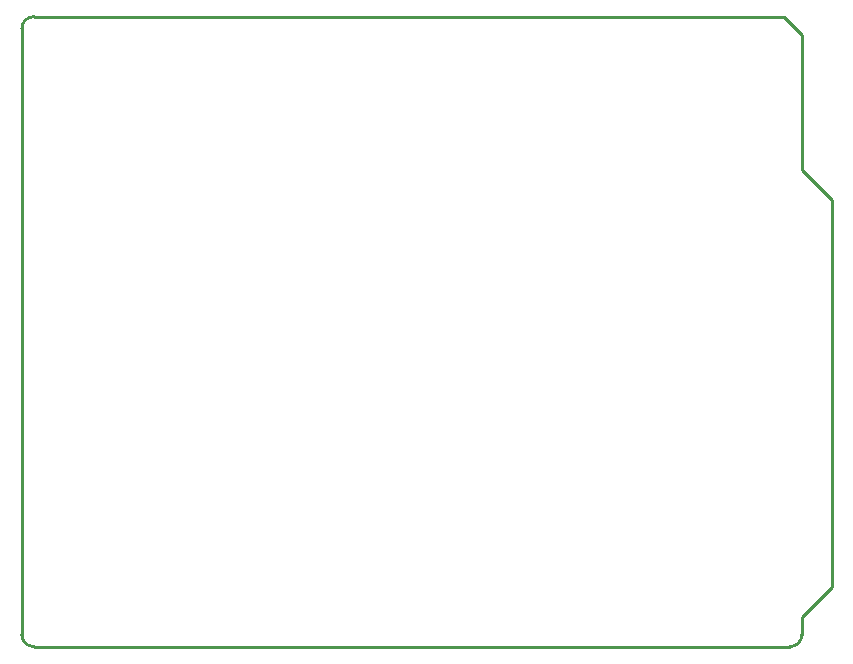
<source format=gm1>
G04*
G04 #@! TF.GenerationSoftware,Altium Limited,Altium Designer,21.1.1 (26)*
G04*
G04 Layer_Color=16776960*
%FSAX44Y44*%
%MOMM*%
G71*
G04*
G04 #@! TF.SameCoordinates,378EE943-C238-4E8C-B66D-7123103E1C21*
G04*
G04*
G04 #@! TF.FilePolarity,Positive*
G04*
G01*
G75*
%ADD17C,0.2540*%
D17*
X00000173Y00010333D02*
G03*
X00010333Y00000173I00010160J00000000D01*
G01*
Y00533573D02*
G03*
X00000173Y00523667I-00000127J-00010033D01*
G01*
X00650667Y00000173D02*
G03*
X00660573Y00010333I-00000127J00010033D01*
G01*
X00010333Y00000173D02*
X00650667D01*
X00000173Y00010333D02*
Y00523667D01*
X00010333Y00533573D02*
X00645333D01*
X00660573Y00010333D02*
Y00025573D01*
X00685973Y00050973D01*
Y00378633D01*
X00660573Y00404033D02*
X00685973Y00378633D01*
X00660573Y00404033D02*
Y00518333D01*
X00645333Y00533573D02*
X00660573Y00518333D01*
X00000173Y00010333D02*
G03*
X00010333Y00000173I00010160J00000000D01*
G01*
Y00533573D02*
G03*
X00000173Y00523667I-00000127J-00010033D01*
G01*
X00650667Y00000173D02*
G03*
X00660573Y00010333I-00000127J00010033D01*
G01*
X00010333Y00000173D02*
X00650667D01*
X00000173Y00010333D02*
Y00523667D01*
X00010333Y00533573D02*
X00645333D01*
X00660573Y00010333D02*
Y00025573D01*
X00685973Y00050973D01*
Y00378633D01*
X00660573Y00404033D02*
X00685973Y00378633D01*
X00660573Y00404033D02*
Y00518333D01*
X00645333Y00533573D02*
X00660573Y00518333D01*
M02*

</source>
